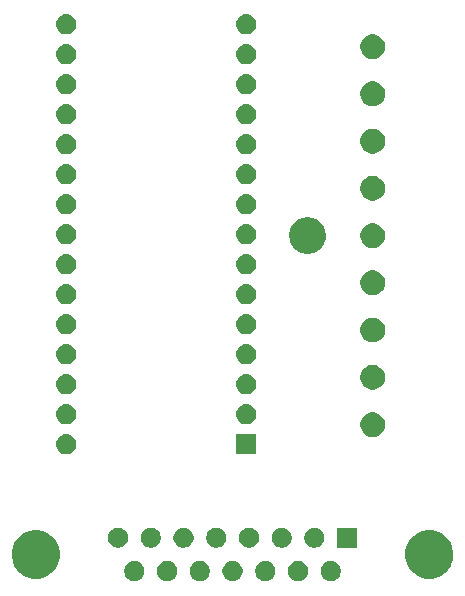
<source format=gbr>
G04 #@! TF.GenerationSoftware,KiCad,Pcbnew,(5.0.1-3-g963ef8bb5)*
G04 #@! TF.CreationDate,2019-12-09T16:28:53+01:00*
G04 #@! TF.ProjectId,Ps1 to Neogeo Adpator,50733120746F204E656F67656F204164,rev?*
G04 #@! TF.SameCoordinates,Original*
G04 #@! TF.FileFunction,Soldermask,Top*
G04 #@! TF.FilePolarity,Negative*
%FSLAX46Y46*%
G04 Gerber Fmt 4.6, Leading zero omitted, Abs format (unit mm)*
G04 Created by KiCad (PCBNEW (5.0.1-3-g963ef8bb5)) date Lundi 09 décembre 2019 à 16:28:53*
%MOMM*%
%LPD*%
G01*
G04 APERTURE LIST*
%ADD10C,0.100000*%
G04 APERTURE END LIST*
D10*
G36*
X138963228Y-117531703D02*
X139118100Y-117595853D01*
X139257481Y-117688985D01*
X139376015Y-117807519D01*
X139469147Y-117946900D01*
X139533297Y-118101772D01*
X139566000Y-118266184D01*
X139566000Y-118433816D01*
X139533297Y-118598228D01*
X139469147Y-118753100D01*
X139376015Y-118892481D01*
X139257481Y-119011015D01*
X139118100Y-119104147D01*
X138963228Y-119168297D01*
X138798816Y-119201000D01*
X138631184Y-119201000D01*
X138466772Y-119168297D01*
X138311900Y-119104147D01*
X138172519Y-119011015D01*
X138053985Y-118892481D01*
X137960853Y-118753100D01*
X137896703Y-118598228D01*
X137864000Y-118433816D01*
X137864000Y-118266184D01*
X137896703Y-118101772D01*
X137960853Y-117946900D01*
X138053985Y-117807519D01*
X138172519Y-117688985D01*
X138311900Y-117595853D01*
X138466772Y-117531703D01*
X138631184Y-117499000D01*
X138798816Y-117499000D01*
X138963228Y-117531703D01*
X138963228Y-117531703D01*
G37*
G36*
X136193228Y-117531703D02*
X136348100Y-117595853D01*
X136487481Y-117688985D01*
X136606015Y-117807519D01*
X136699147Y-117946900D01*
X136763297Y-118101772D01*
X136796000Y-118266184D01*
X136796000Y-118433816D01*
X136763297Y-118598228D01*
X136699147Y-118753100D01*
X136606015Y-118892481D01*
X136487481Y-119011015D01*
X136348100Y-119104147D01*
X136193228Y-119168297D01*
X136028816Y-119201000D01*
X135861184Y-119201000D01*
X135696772Y-119168297D01*
X135541900Y-119104147D01*
X135402519Y-119011015D01*
X135283985Y-118892481D01*
X135190853Y-118753100D01*
X135126703Y-118598228D01*
X135094000Y-118433816D01*
X135094000Y-118266184D01*
X135126703Y-118101772D01*
X135190853Y-117946900D01*
X135283985Y-117807519D01*
X135402519Y-117688985D01*
X135541900Y-117595853D01*
X135696772Y-117531703D01*
X135861184Y-117499000D01*
X136028816Y-117499000D01*
X136193228Y-117531703D01*
X136193228Y-117531703D01*
G37*
G36*
X133423228Y-117531703D02*
X133578100Y-117595853D01*
X133717481Y-117688985D01*
X133836015Y-117807519D01*
X133929147Y-117946900D01*
X133993297Y-118101772D01*
X134026000Y-118266184D01*
X134026000Y-118433816D01*
X133993297Y-118598228D01*
X133929147Y-118753100D01*
X133836015Y-118892481D01*
X133717481Y-119011015D01*
X133578100Y-119104147D01*
X133423228Y-119168297D01*
X133258816Y-119201000D01*
X133091184Y-119201000D01*
X132926772Y-119168297D01*
X132771900Y-119104147D01*
X132632519Y-119011015D01*
X132513985Y-118892481D01*
X132420853Y-118753100D01*
X132356703Y-118598228D01*
X132324000Y-118433816D01*
X132324000Y-118266184D01*
X132356703Y-118101772D01*
X132420853Y-117946900D01*
X132513985Y-117807519D01*
X132632519Y-117688985D01*
X132771900Y-117595853D01*
X132926772Y-117531703D01*
X133091184Y-117499000D01*
X133258816Y-117499000D01*
X133423228Y-117531703D01*
X133423228Y-117531703D01*
G37*
G36*
X130653228Y-117531703D02*
X130808100Y-117595853D01*
X130947481Y-117688985D01*
X131066015Y-117807519D01*
X131159147Y-117946900D01*
X131223297Y-118101772D01*
X131256000Y-118266184D01*
X131256000Y-118433816D01*
X131223297Y-118598228D01*
X131159147Y-118753100D01*
X131066015Y-118892481D01*
X130947481Y-119011015D01*
X130808100Y-119104147D01*
X130653228Y-119168297D01*
X130488816Y-119201000D01*
X130321184Y-119201000D01*
X130156772Y-119168297D01*
X130001900Y-119104147D01*
X129862519Y-119011015D01*
X129743985Y-118892481D01*
X129650853Y-118753100D01*
X129586703Y-118598228D01*
X129554000Y-118433816D01*
X129554000Y-118266184D01*
X129586703Y-118101772D01*
X129650853Y-117946900D01*
X129743985Y-117807519D01*
X129862519Y-117688985D01*
X130001900Y-117595853D01*
X130156772Y-117531703D01*
X130321184Y-117499000D01*
X130488816Y-117499000D01*
X130653228Y-117531703D01*
X130653228Y-117531703D01*
G37*
G36*
X127883228Y-117531703D02*
X128038100Y-117595853D01*
X128177481Y-117688985D01*
X128296015Y-117807519D01*
X128389147Y-117946900D01*
X128453297Y-118101772D01*
X128486000Y-118266184D01*
X128486000Y-118433816D01*
X128453297Y-118598228D01*
X128389147Y-118753100D01*
X128296015Y-118892481D01*
X128177481Y-119011015D01*
X128038100Y-119104147D01*
X127883228Y-119168297D01*
X127718816Y-119201000D01*
X127551184Y-119201000D01*
X127386772Y-119168297D01*
X127231900Y-119104147D01*
X127092519Y-119011015D01*
X126973985Y-118892481D01*
X126880853Y-118753100D01*
X126816703Y-118598228D01*
X126784000Y-118433816D01*
X126784000Y-118266184D01*
X126816703Y-118101772D01*
X126880853Y-117946900D01*
X126973985Y-117807519D01*
X127092519Y-117688985D01*
X127231900Y-117595853D01*
X127386772Y-117531703D01*
X127551184Y-117499000D01*
X127718816Y-117499000D01*
X127883228Y-117531703D01*
X127883228Y-117531703D01*
G37*
G36*
X125113228Y-117531703D02*
X125268100Y-117595853D01*
X125407481Y-117688985D01*
X125526015Y-117807519D01*
X125619147Y-117946900D01*
X125683297Y-118101772D01*
X125716000Y-118266184D01*
X125716000Y-118433816D01*
X125683297Y-118598228D01*
X125619147Y-118753100D01*
X125526015Y-118892481D01*
X125407481Y-119011015D01*
X125268100Y-119104147D01*
X125113228Y-119168297D01*
X124948816Y-119201000D01*
X124781184Y-119201000D01*
X124616772Y-119168297D01*
X124461900Y-119104147D01*
X124322519Y-119011015D01*
X124203985Y-118892481D01*
X124110853Y-118753100D01*
X124046703Y-118598228D01*
X124014000Y-118433816D01*
X124014000Y-118266184D01*
X124046703Y-118101772D01*
X124110853Y-117946900D01*
X124203985Y-117807519D01*
X124322519Y-117688985D01*
X124461900Y-117595853D01*
X124616772Y-117531703D01*
X124781184Y-117499000D01*
X124948816Y-117499000D01*
X125113228Y-117531703D01*
X125113228Y-117531703D01*
G37*
G36*
X122343228Y-117531703D02*
X122498100Y-117595853D01*
X122637481Y-117688985D01*
X122756015Y-117807519D01*
X122849147Y-117946900D01*
X122913297Y-118101772D01*
X122946000Y-118266184D01*
X122946000Y-118433816D01*
X122913297Y-118598228D01*
X122849147Y-118753100D01*
X122756015Y-118892481D01*
X122637481Y-119011015D01*
X122498100Y-119104147D01*
X122343228Y-119168297D01*
X122178816Y-119201000D01*
X122011184Y-119201000D01*
X121846772Y-119168297D01*
X121691900Y-119104147D01*
X121552519Y-119011015D01*
X121433985Y-118892481D01*
X121340853Y-118753100D01*
X121276703Y-118598228D01*
X121244000Y-118433816D01*
X121244000Y-118266184D01*
X121276703Y-118101772D01*
X121340853Y-117946900D01*
X121433985Y-117807519D01*
X121552519Y-117688985D01*
X121691900Y-117595853D01*
X121846772Y-117531703D01*
X122011184Y-117499000D01*
X122178816Y-117499000D01*
X122343228Y-117531703D01*
X122343228Y-117531703D01*
G37*
G36*
X147653252Y-114957818D02*
X147653254Y-114957819D01*
X147653255Y-114957819D01*
X148026513Y-115112427D01*
X148026514Y-115112428D01*
X148362439Y-115336886D01*
X148648114Y-115622561D01*
X148648116Y-115622564D01*
X148872573Y-115958487D01*
X148999181Y-116264147D01*
X149027182Y-116331748D01*
X149106000Y-116727993D01*
X149106000Y-117132007D01*
X149033001Y-117499000D01*
X149027181Y-117528255D01*
X148872573Y-117901513D01*
X148872572Y-117901514D01*
X148648114Y-118237439D01*
X148362439Y-118523114D01*
X148362436Y-118523116D01*
X148026513Y-118747573D01*
X147653255Y-118902181D01*
X147653254Y-118902181D01*
X147653252Y-118902182D01*
X147257007Y-118981000D01*
X146852993Y-118981000D01*
X146456748Y-118902182D01*
X146456746Y-118902181D01*
X146456745Y-118902181D01*
X146083487Y-118747573D01*
X145747564Y-118523116D01*
X145747561Y-118523114D01*
X145461886Y-118237439D01*
X145237428Y-117901514D01*
X145237427Y-117901513D01*
X145082819Y-117528255D01*
X145077000Y-117499000D01*
X145004000Y-117132007D01*
X145004000Y-116727993D01*
X145082818Y-116331748D01*
X145110819Y-116264147D01*
X145237427Y-115958487D01*
X145461884Y-115622564D01*
X145461886Y-115622561D01*
X145747561Y-115336886D01*
X146083486Y-115112428D01*
X146083487Y-115112427D01*
X146456745Y-114957819D01*
X146456746Y-114957819D01*
X146456748Y-114957818D01*
X146852993Y-114879000D01*
X147257007Y-114879000D01*
X147653252Y-114957818D01*
X147653252Y-114957818D01*
G37*
G36*
X114353252Y-114957818D02*
X114353254Y-114957819D01*
X114353255Y-114957819D01*
X114726513Y-115112427D01*
X114726514Y-115112428D01*
X115062439Y-115336886D01*
X115348114Y-115622561D01*
X115348116Y-115622564D01*
X115572573Y-115958487D01*
X115699181Y-116264147D01*
X115727182Y-116331748D01*
X115806000Y-116727993D01*
X115806000Y-117132007D01*
X115733001Y-117499000D01*
X115727181Y-117528255D01*
X115572573Y-117901513D01*
X115572572Y-117901514D01*
X115348114Y-118237439D01*
X115062439Y-118523114D01*
X115062436Y-118523116D01*
X114726513Y-118747573D01*
X114353255Y-118902181D01*
X114353254Y-118902181D01*
X114353252Y-118902182D01*
X113957007Y-118981000D01*
X113552993Y-118981000D01*
X113156748Y-118902182D01*
X113156746Y-118902181D01*
X113156745Y-118902181D01*
X112783487Y-118747573D01*
X112447564Y-118523116D01*
X112447561Y-118523114D01*
X112161886Y-118237439D01*
X111937428Y-117901514D01*
X111937427Y-117901513D01*
X111782819Y-117528255D01*
X111777000Y-117499000D01*
X111704000Y-117132007D01*
X111704000Y-116727993D01*
X111782818Y-116331748D01*
X111810819Y-116264147D01*
X111937427Y-115958487D01*
X112161884Y-115622564D01*
X112161886Y-115622561D01*
X112447561Y-115336886D01*
X112783486Y-115112428D01*
X112783487Y-115112427D01*
X113156745Y-114957819D01*
X113156746Y-114957819D01*
X113156748Y-114957818D01*
X113552993Y-114879000D01*
X113957007Y-114879000D01*
X114353252Y-114957818D01*
X114353252Y-114957818D01*
G37*
G36*
X123728228Y-114691703D02*
X123883100Y-114755853D01*
X124022481Y-114848985D01*
X124141015Y-114967519D01*
X124234147Y-115106900D01*
X124298297Y-115261772D01*
X124331000Y-115426184D01*
X124331000Y-115593816D01*
X124298297Y-115758228D01*
X124234147Y-115913100D01*
X124141015Y-116052481D01*
X124022481Y-116171015D01*
X123883100Y-116264147D01*
X123728228Y-116328297D01*
X123563816Y-116361000D01*
X123396184Y-116361000D01*
X123231772Y-116328297D01*
X123076900Y-116264147D01*
X122937519Y-116171015D01*
X122818985Y-116052481D01*
X122725853Y-115913100D01*
X122661703Y-115758228D01*
X122629000Y-115593816D01*
X122629000Y-115426184D01*
X122661703Y-115261772D01*
X122725853Y-115106900D01*
X122818985Y-114967519D01*
X122937519Y-114848985D01*
X123076900Y-114755853D01*
X123231772Y-114691703D01*
X123396184Y-114659000D01*
X123563816Y-114659000D01*
X123728228Y-114691703D01*
X123728228Y-114691703D01*
G37*
G36*
X120958228Y-114691703D02*
X121113100Y-114755853D01*
X121252481Y-114848985D01*
X121371015Y-114967519D01*
X121464147Y-115106900D01*
X121528297Y-115261772D01*
X121561000Y-115426184D01*
X121561000Y-115593816D01*
X121528297Y-115758228D01*
X121464147Y-115913100D01*
X121371015Y-116052481D01*
X121252481Y-116171015D01*
X121113100Y-116264147D01*
X120958228Y-116328297D01*
X120793816Y-116361000D01*
X120626184Y-116361000D01*
X120461772Y-116328297D01*
X120306900Y-116264147D01*
X120167519Y-116171015D01*
X120048985Y-116052481D01*
X119955853Y-115913100D01*
X119891703Y-115758228D01*
X119859000Y-115593816D01*
X119859000Y-115426184D01*
X119891703Y-115261772D01*
X119955853Y-115106900D01*
X120048985Y-114967519D01*
X120167519Y-114848985D01*
X120306900Y-114755853D01*
X120461772Y-114691703D01*
X120626184Y-114659000D01*
X120793816Y-114659000D01*
X120958228Y-114691703D01*
X120958228Y-114691703D01*
G37*
G36*
X126498228Y-114691703D02*
X126653100Y-114755853D01*
X126792481Y-114848985D01*
X126911015Y-114967519D01*
X127004147Y-115106900D01*
X127068297Y-115261772D01*
X127101000Y-115426184D01*
X127101000Y-115593816D01*
X127068297Y-115758228D01*
X127004147Y-115913100D01*
X126911015Y-116052481D01*
X126792481Y-116171015D01*
X126653100Y-116264147D01*
X126498228Y-116328297D01*
X126333816Y-116361000D01*
X126166184Y-116361000D01*
X126001772Y-116328297D01*
X125846900Y-116264147D01*
X125707519Y-116171015D01*
X125588985Y-116052481D01*
X125495853Y-115913100D01*
X125431703Y-115758228D01*
X125399000Y-115593816D01*
X125399000Y-115426184D01*
X125431703Y-115261772D01*
X125495853Y-115106900D01*
X125588985Y-114967519D01*
X125707519Y-114848985D01*
X125846900Y-114755853D01*
X126001772Y-114691703D01*
X126166184Y-114659000D01*
X126333816Y-114659000D01*
X126498228Y-114691703D01*
X126498228Y-114691703D01*
G37*
G36*
X129268228Y-114691703D02*
X129423100Y-114755853D01*
X129562481Y-114848985D01*
X129681015Y-114967519D01*
X129774147Y-115106900D01*
X129838297Y-115261772D01*
X129871000Y-115426184D01*
X129871000Y-115593816D01*
X129838297Y-115758228D01*
X129774147Y-115913100D01*
X129681015Y-116052481D01*
X129562481Y-116171015D01*
X129423100Y-116264147D01*
X129268228Y-116328297D01*
X129103816Y-116361000D01*
X128936184Y-116361000D01*
X128771772Y-116328297D01*
X128616900Y-116264147D01*
X128477519Y-116171015D01*
X128358985Y-116052481D01*
X128265853Y-115913100D01*
X128201703Y-115758228D01*
X128169000Y-115593816D01*
X128169000Y-115426184D01*
X128201703Y-115261772D01*
X128265853Y-115106900D01*
X128358985Y-114967519D01*
X128477519Y-114848985D01*
X128616900Y-114755853D01*
X128771772Y-114691703D01*
X128936184Y-114659000D01*
X129103816Y-114659000D01*
X129268228Y-114691703D01*
X129268228Y-114691703D01*
G37*
G36*
X132038228Y-114691703D02*
X132193100Y-114755853D01*
X132332481Y-114848985D01*
X132451015Y-114967519D01*
X132544147Y-115106900D01*
X132608297Y-115261772D01*
X132641000Y-115426184D01*
X132641000Y-115593816D01*
X132608297Y-115758228D01*
X132544147Y-115913100D01*
X132451015Y-116052481D01*
X132332481Y-116171015D01*
X132193100Y-116264147D01*
X132038228Y-116328297D01*
X131873816Y-116361000D01*
X131706184Y-116361000D01*
X131541772Y-116328297D01*
X131386900Y-116264147D01*
X131247519Y-116171015D01*
X131128985Y-116052481D01*
X131035853Y-115913100D01*
X130971703Y-115758228D01*
X130939000Y-115593816D01*
X130939000Y-115426184D01*
X130971703Y-115261772D01*
X131035853Y-115106900D01*
X131128985Y-114967519D01*
X131247519Y-114848985D01*
X131386900Y-114755853D01*
X131541772Y-114691703D01*
X131706184Y-114659000D01*
X131873816Y-114659000D01*
X132038228Y-114691703D01*
X132038228Y-114691703D01*
G37*
G36*
X134808228Y-114691703D02*
X134963100Y-114755853D01*
X135102481Y-114848985D01*
X135221015Y-114967519D01*
X135314147Y-115106900D01*
X135378297Y-115261772D01*
X135411000Y-115426184D01*
X135411000Y-115593816D01*
X135378297Y-115758228D01*
X135314147Y-115913100D01*
X135221015Y-116052481D01*
X135102481Y-116171015D01*
X134963100Y-116264147D01*
X134808228Y-116328297D01*
X134643816Y-116361000D01*
X134476184Y-116361000D01*
X134311772Y-116328297D01*
X134156900Y-116264147D01*
X134017519Y-116171015D01*
X133898985Y-116052481D01*
X133805853Y-115913100D01*
X133741703Y-115758228D01*
X133709000Y-115593816D01*
X133709000Y-115426184D01*
X133741703Y-115261772D01*
X133805853Y-115106900D01*
X133898985Y-114967519D01*
X134017519Y-114848985D01*
X134156900Y-114755853D01*
X134311772Y-114691703D01*
X134476184Y-114659000D01*
X134643816Y-114659000D01*
X134808228Y-114691703D01*
X134808228Y-114691703D01*
G37*
G36*
X137578228Y-114691703D02*
X137733100Y-114755853D01*
X137872481Y-114848985D01*
X137991015Y-114967519D01*
X138084147Y-115106900D01*
X138148297Y-115261772D01*
X138181000Y-115426184D01*
X138181000Y-115593816D01*
X138148297Y-115758228D01*
X138084147Y-115913100D01*
X137991015Y-116052481D01*
X137872481Y-116171015D01*
X137733100Y-116264147D01*
X137578228Y-116328297D01*
X137413816Y-116361000D01*
X137246184Y-116361000D01*
X137081772Y-116328297D01*
X136926900Y-116264147D01*
X136787519Y-116171015D01*
X136668985Y-116052481D01*
X136575853Y-115913100D01*
X136511703Y-115758228D01*
X136479000Y-115593816D01*
X136479000Y-115426184D01*
X136511703Y-115261772D01*
X136575853Y-115106900D01*
X136668985Y-114967519D01*
X136787519Y-114848985D01*
X136926900Y-114755853D01*
X137081772Y-114691703D01*
X137246184Y-114659000D01*
X137413816Y-114659000D01*
X137578228Y-114691703D01*
X137578228Y-114691703D01*
G37*
G36*
X140951000Y-116361000D02*
X139249000Y-116361000D01*
X139249000Y-114659000D01*
X140951000Y-114659000D01*
X140951000Y-116361000D01*
X140951000Y-116361000D01*
G37*
G36*
X132421000Y-108451000D02*
X130719000Y-108451000D01*
X130719000Y-106749000D01*
X132421000Y-106749000D01*
X132421000Y-108451000D01*
X132421000Y-108451000D01*
G37*
G36*
X116496821Y-106761313D02*
X116496824Y-106761314D01*
X116496825Y-106761314D01*
X116657239Y-106809975D01*
X116657241Y-106809976D01*
X116657244Y-106809977D01*
X116805078Y-106888995D01*
X116934659Y-106995341D01*
X117041005Y-107124922D01*
X117120023Y-107272756D01*
X117168687Y-107433179D01*
X117185117Y-107600000D01*
X117168687Y-107766821D01*
X117120023Y-107927244D01*
X117041005Y-108075078D01*
X116934659Y-108204659D01*
X116805078Y-108311005D01*
X116657244Y-108390023D01*
X116657241Y-108390024D01*
X116657239Y-108390025D01*
X116496825Y-108438686D01*
X116496824Y-108438686D01*
X116496821Y-108438687D01*
X116371804Y-108451000D01*
X116288196Y-108451000D01*
X116163179Y-108438687D01*
X116163176Y-108438686D01*
X116163175Y-108438686D01*
X116002761Y-108390025D01*
X116002759Y-108390024D01*
X116002756Y-108390023D01*
X115854922Y-108311005D01*
X115725341Y-108204659D01*
X115618995Y-108075078D01*
X115539977Y-107927244D01*
X115491313Y-107766821D01*
X115474883Y-107600000D01*
X115491313Y-107433179D01*
X115539977Y-107272756D01*
X115618995Y-107124922D01*
X115725341Y-106995341D01*
X115854922Y-106888995D01*
X116002756Y-106809977D01*
X116002759Y-106809976D01*
X116002761Y-106809975D01*
X116163175Y-106761314D01*
X116163176Y-106761314D01*
X116163179Y-106761313D01*
X116288196Y-106749000D01*
X116371804Y-106749000D01*
X116496821Y-106761313D01*
X116496821Y-106761313D01*
G37*
G36*
X142566565Y-104929389D02*
X142757834Y-105008615D01*
X142929976Y-105123637D01*
X143076363Y-105270024D01*
X143191385Y-105442166D01*
X143270611Y-105633435D01*
X143311000Y-105836484D01*
X143311000Y-106043516D01*
X143270611Y-106246565D01*
X143191385Y-106437834D01*
X143076363Y-106609976D01*
X142929976Y-106756363D01*
X142757834Y-106871385D01*
X142566565Y-106950611D01*
X142363516Y-106991000D01*
X142156484Y-106991000D01*
X141953435Y-106950611D01*
X141762166Y-106871385D01*
X141590024Y-106756363D01*
X141443637Y-106609976D01*
X141328615Y-106437834D01*
X141249389Y-106246565D01*
X141209000Y-106043516D01*
X141209000Y-105836484D01*
X141249389Y-105633435D01*
X141328615Y-105442166D01*
X141443637Y-105270024D01*
X141590024Y-105123637D01*
X141762166Y-105008615D01*
X141953435Y-104929389D01*
X142156484Y-104889000D01*
X142363516Y-104889000D01*
X142566565Y-104929389D01*
X142566565Y-104929389D01*
G37*
G36*
X131736821Y-104221313D02*
X131736824Y-104221314D01*
X131736825Y-104221314D01*
X131897239Y-104269975D01*
X131897241Y-104269976D01*
X131897244Y-104269977D01*
X132045078Y-104348995D01*
X132174659Y-104455341D01*
X132281005Y-104584922D01*
X132360023Y-104732756D01*
X132360024Y-104732759D01*
X132360025Y-104732761D01*
X132408686Y-104893175D01*
X132408687Y-104893179D01*
X132425117Y-105060000D01*
X132408687Y-105226821D01*
X132408686Y-105226824D01*
X132408686Y-105226825D01*
X132395582Y-105270024D01*
X132360023Y-105387244D01*
X132281005Y-105535078D01*
X132174659Y-105664659D01*
X132045078Y-105771005D01*
X131897244Y-105850023D01*
X131897241Y-105850024D01*
X131897239Y-105850025D01*
X131736825Y-105898686D01*
X131736824Y-105898686D01*
X131736821Y-105898687D01*
X131611804Y-105911000D01*
X131528196Y-105911000D01*
X131403179Y-105898687D01*
X131403176Y-105898686D01*
X131403175Y-105898686D01*
X131242761Y-105850025D01*
X131242759Y-105850024D01*
X131242756Y-105850023D01*
X131094922Y-105771005D01*
X130965341Y-105664659D01*
X130858995Y-105535078D01*
X130779977Y-105387244D01*
X130744419Y-105270024D01*
X130731314Y-105226825D01*
X130731314Y-105226824D01*
X130731313Y-105226821D01*
X130714883Y-105060000D01*
X130731313Y-104893179D01*
X130731314Y-104893175D01*
X130779975Y-104732761D01*
X130779976Y-104732759D01*
X130779977Y-104732756D01*
X130858995Y-104584922D01*
X130965341Y-104455341D01*
X131094922Y-104348995D01*
X131242756Y-104269977D01*
X131242759Y-104269976D01*
X131242761Y-104269975D01*
X131403175Y-104221314D01*
X131403176Y-104221314D01*
X131403179Y-104221313D01*
X131528196Y-104209000D01*
X131611804Y-104209000D01*
X131736821Y-104221313D01*
X131736821Y-104221313D01*
G37*
G36*
X116496821Y-104221313D02*
X116496824Y-104221314D01*
X116496825Y-104221314D01*
X116657239Y-104269975D01*
X116657241Y-104269976D01*
X116657244Y-104269977D01*
X116805078Y-104348995D01*
X116934659Y-104455341D01*
X117041005Y-104584922D01*
X117120023Y-104732756D01*
X117120024Y-104732759D01*
X117120025Y-104732761D01*
X117168686Y-104893175D01*
X117168687Y-104893179D01*
X117185117Y-105060000D01*
X117168687Y-105226821D01*
X117168686Y-105226824D01*
X117168686Y-105226825D01*
X117155582Y-105270024D01*
X117120023Y-105387244D01*
X117041005Y-105535078D01*
X116934659Y-105664659D01*
X116805078Y-105771005D01*
X116657244Y-105850023D01*
X116657241Y-105850024D01*
X116657239Y-105850025D01*
X116496825Y-105898686D01*
X116496824Y-105898686D01*
X116496821Y-105898687D01*
X116371804Y-105911000D01*
X116288196Y-105911000D01*
X116163179Y-105898687D01*
X116163176Y-105898686D01*
X116163175Y-105898686D01*
X116002761Y-105850025D01*
X116002759Y-105850024D01*
X116002756Y-105850023D01*
X115854922Y-105771005D01*
X115725341Y-105664659D01*
X115618995Y-105535078D01*
X115539977Y-105387244D01*
X115504419Y-105270024D01*
X115491314Y-105226825D01*
X115491314Y-105226824D01*
X115491313Y-105226821D01*
X115474883Y-105060000D01*
X115491313Y-104893179D01*
X115491314Y-104893175D01*
X115539975Y-104732761D01*
X115539976Y-104732759D01*
X115539977Y-104732756D01*
X115618995Y-104584922D01*
X115725341Y-104455341D01*
X115854922Y-104348995D01*
X116002756Y-104269977D01*
X116002759Y-104269976D01*
X116002761Y-104269975D01*
X116163175Y-104221314D01*
X116163176Y-104221314D01*
X116163179Y-104221313D01*
X116288196Y-104209000D01*
X116371804Y-104209000D01*
X116496821Y-104221313D01*
X116496821Y-104221313D01*
G37*
G36*
X131736821Y-101681313D02*
X131736824Y-101681314D01*
X131736825Y-101681314D01*
X131897239Y-101729975D01*
X131897241Y-101729976D01*
X131897244Y-101729977D01*
X132045078Y-101808995D01*
X132174659Y-101915341D01*
X132281005Y-102044922D01*
X132360023Y-102192756D01*
X132408687Y-102353179D01*
X132425117Y-102520000D01*
X132408687Y-102686821D01*
X132360023Y-102847244D01*
X132281005Y-102995078D01*
X132174659Y-103124659D01*
X132045078Y-103231005D01*
X131897244Y-103310023D01*
X131897241Y-103310024D01*
X131897239Y-103310025D01*
X131736825Y-103358686D01*
X131736824Y-103358686D01*
X131736821Y-103358687D01*
X131611804Y-103371000D01*
X131528196Y-103371000D01*
X131403179Y-103358687D01*
X131403176Y-103358686D01*
X131403175Y-103358686D01*
X131242761Y-103310025D01*
X131242759Y-103310024D01*
X131242756Y-103310023D01*
X131094922Y-103231005D01*
X130965341Y-103124659D01*
X130858995Y-102995078D01*
X130779977Y-102847244D01*
X130731313Y-102686821D01*
X130714883Y-102520000D01*
X130731313Y-102353179D01*
X130779977Y-102192756D01*
X130858995Y-102044922D01*
X130965341Y-101915341D01*
X131094922Y-101808995D01*
X131242756Y-101729977D01*
X131242759Y-101729976D01*
X131242761Y-101729975D01*
X131403175Y-101681314D01*
X131403176Y-101681314D01*
X131403179Y-101681313D01*
X131528196Y-101669000D01*
X131611804Y-101669000D01*
X131736821Y-101681313D01*
X131736821Y-101681313D01*
G37*
G36*
X116496821Y-101681313D02*
X116496824Y-101681314D01*
X116496825Y-101681314D01*
X116657239Y-101729975D01*
X116657241Y-101729976D01*
X116657244Y-101729977D01*
X116805078Y-101808995D01*
X116934659Y-101915341D01*
X117041005Y-102044922D01*
X117120023Y-102192756D01*
X117168687Y-102353179D01*
X117185117Y-102520000D01*
X117168687Y-102686821D01*
X117120023Y-102847244D01*
X117041005Y-102995078D01*
X116934659Y-103124659D01*
X116805078Y-103231005D01*
X116657244Y-103310023D01*
X116657241Y-103310024D01*
X116657239Y-103310025D01*
X116496825Y-103358686D01*
X116496824Y-103358686D01*
X116496821Y-103358687D01*
X116371804Y-103371000D01*
X116288196Y-103371000D01*
X116163179Y-103358687D01*
X116163176Y-103358686D01*
X116163175Y-103358686D01*
X116002761Y-103310025D01*
X116002759Y-103310024D01*
X116002756Y-103310023D01*
X115854922Y-103231005D01*
X115725341Y-103124659D01*
X115618995Y-102995078D01*
X115539977Y-102847244D01*
X115491313Y-102686821D01*
X115474883Y-102520000D01*
X115491313Y-102353179D01*
X115539977Y-102192756D01*
X115618995Y-102044922D01*
X115725341Y-101915341D01*
X115854922Y-101808995D01*
X116002756Y-101729977D01*
X116002759Y-101729976D01*
X116002761Y-101729975D01*
X116163175Y-101681314D01*
X116163176Y-101681314D01*
X116163179Y-101681313D01*
X116288196Y-101669000D01*
X116371804Y-101669000D01*
X116496821Y-101681313D01*
X116496821Y-101681313D01*
G37*
G36*
X142566565Y-100929389D02*
X142757834Y-101008615D01*
X142929976Y-101123637D01*
X143076363Y-101270024D01*
X143191385Y-101442166D01*
X143270611Y-101633435D01*
X143311000Y-101836484D01*
X143311000Y-102043516D01*
X143270611Y-102246565D01*
X143191385Y-102437834D01*
X143076363Y-102609976D01*
X142929976Y-102756363D01*
X142757834Y-102871385D01*
X142566565Y-102950611D01*
X142363516Y-102991000D01*
X142156484Y-102991000D01*
X141953435Y-102950611D01*
X141762166Y-102871385D01*
X141590024Y-102756363D01*
X141443637Y-102609976D01*
X141328615Y-102437834D01*
X141249389Y-102246565D01*
X141209000Y-102043516D01*
X141209000Y-101836484D01*
X141249389Y-101633435D01*
X141328615Y-101442166D01*
X141443637Y-101270024D01*
X141590024Y-101123637D01*
X141762166Y-101008615D01*
X141953435Y-100929389D01*
X142156484Y-100889000D01*
X142363516Y-100889000D01*
X142566565Y-100929389D01*
X142566565Y-100929389D01*
G37*
G36*
X131736821Y-99141313D02*
X131736824Y-99141314D01*
X131736825Y-99141314D01*
X131897239Y-99189975D01*
X131897241Y-99189976D01*
X131897244Y-99189977D01*
X132045078Y-99268995D01*
X132174659Y-99375341D01*
X132281005Y-99504922D01*
X132360023Y-99652756D01*
X132408687Y-99813179D01*
X132425117Y-99980000D01*
X132408687Y-100146821D01*
X132360023Y-100307244D01*
X132281005Y-100455078D01*
X132174659Y-100584659D01*
X132045078Y-100691005D01*
X131897244Y-100770023D01*
X131897241Y-100770024D01*
X131897239Y-100770025D01*
X131736825Y-100818686D01*
X131736824Y-100818686D01*
X131736821Y-100818687D01*
X131611804Y-100831000D01*
X131528196Y-100831000D01*
X131403179Y-100818687D01*
X131403176Y-100818686D01*
X131403175Y-100818686D01*
X131242761Y-100770025D01*
X131242759Y-100770024D01*
X131242756Y-100770023D01*
X131094922Y-100691005D01*
X130965341Y-100584659D01*
X130858995Y-100455078D01*
X130779977Y-100307244D01*
X130731313Y-100146821D01*
X130714883Y-99980000D01*
X130731313Y-99813179D01*
X130779977Y-99652756D01*
X130858995Y-99504922D01*
X130965341Y-99375341D01*
X131094922Y-99268995D01*
X131242756Y-99189977D01*
X131242759Y-99189976D01*
X131242761Y-99189975D01*
X131403175Y-99141314D01*
X131403176Y-99141314D01*
X131403179Y-99141313D01*
X131528196Y-99129000D01*
X131611804Y-99129000D01*
X131736821Y-99141313D01*
X131736821Y-99141313D01*
G37*
G36*
X116496821Y-99141313D02*
X116496824Y-99141314D01*
X116496825Y-99141314D01*
X116657239Y-99189975D01*
X116657241Y-99189976D01*
X116657244Y-99189977D01*
X116805078Y-99268995D01*
X116934659Y-99375341D01*
X117041005Y-99504922D01*
X117120023Y-99652756D01*
X117168687Y-99813179D01*
X117185117Y-99980000D01*
X117168687Y-100146821D01*
X117120023Y-100307244D01*
X117041005Y-100455078D01*
X116934659Y-100584659D01*
X116805078Y-100691005D01*
X116657244Y-100770023D01*
X116657241Y-100770024D01*
X116657239Y-100770025D01*
X116496825Y-100818686D01*
X116496824Y-100818686D01*
X116496821Y-100818687D01*
X116371804Y-100831000D01*
X116288196Y-100831000D01*
X116163179Y-100818687D01*
X116163176Y-100818686D01*
X116163175Y-100818686D01*
X116002761Y-100770025D01*
X116002759Y-100770024D01*
X116002756Y-100770023D01*
X115854922Y-100691005D01*
X115725341Y-100584659D01*
X115618995Y-100455078D01*
X115539977Y-100307244D01*
X115491313Y-100146821D01*
X115474883Y-99980000D01*
X115491313Y-99813179D01*
X115539977Y-99652756D01*
X115618995Y-99504922D01*
X115725341Y-99375341D01*
X115854922Y-99268995D01*
X116002756Y-99189977D01*
X116002759Y-99189976D01*
X116002761Y-99189975D01*
X116163175Y-99141314D01*
X116163176Y-99141314D01*
X116163179Y-99141313D01*
X116288196Y-99129000D01*
X116371804Y-99129000D01*
X116496821Y-99141313D01*
X116496821Y-99141313D01*
G37*
G36*
X142566565Y-96929389D02*
X142757834Y-97008615D01*
X142929976Y-97123637D01*
X143076363Y-97270024D01*
X143191385Y-97442166D01*
X143270611Y-97633435D01*
X143311000Y-97836484D01*
X143311000Y-98043516D01*
X143270611Y-98246565D01*
X143191385Y-98437834D01*
X143076363Y-98609976D01*
X142929976Y-98756363D01*
X142757834Y-98871385D01*
X142566565Y-98950611D01*
X142363516Y-98991000D01*
X142156484Y-98991000D01*
X141953435Y-98950611D01*
X141762166Y-98871385D01*
X141590024Y-98756363D01*
X141443637Y-98609976D01*
X141328615Y-98437834D01*
X141249389Y-98246565D01*
X141209000Y-98043516D01*
X141209000Y-97836484D01*
X141249389Y-97633435D01*
X141328615Y-97442166D01*
X141443637Y-97270024D01*
X141590024Y-97123637D01*
X141762166Y-97008615D01*
X141953435Y-96929389D01*
X142156484Y-96889000D01*
X142363516Y-96889000D01*
X142566565Y-96929389D01*
X142566565Y-96929389D01*
G37*
G36*
X116496821Y-96601313D02*
X116496824Y-96601314D01*
X116496825Y-96601314D01*
X116657239Y-96649975D01*
X116657241Y-96649976D01*
X116657244Y-96649977D01*
X116805078Y-96728995D01*
X116934659Y-96835341D01*
X117041005Y-96964922D01*
X117120023Y-97112756D01*
X117120024Y-97112759D01*
X117120025Y-97112761D01*
X117123324Y-97123637D01*
X117168687Y-97273179D01*
X117185117Y-97440000D01*
X117168687Y-97606821D01*
X117120023Y-97767244D01*
X117041005Y-97915078D01*
X116934659Y-98044659D01*
X116805078Y-98151005D01*
X116657244Y-98230023D01*
X116657241Y-98230024D01*
X116657239Y-98230025D01*
X116496825Y-98278686D01*
X116496824Y-98278686D01*
X116496821Y-98278687D01*
X116371804Y-98291000D01*
X116288196Y-98291000D01*
X116163179Y-98278687D01*
X116163176Y-98278686D01*
X116163175Y-98278686D01*
X116002761Y-98230025D01*
X116002759Y-98230024D01*
X116002756Y-98230023D01*
X115854922Y-98151005D01*
X115725341Y-98044659D01*
X115618995Y-97915078D01*
X115539977Y-97767244D01*
X115491313Y-97606821D01*
X115474883Y-97440000D01*
X115491313Y-97273179D01*
X115536676Y-97123637D01*
X115539975Y-97112761D01*
X115539976Y-97112759D01*
X115539977Y-97112756D01*
X115618995Y-96964922D01*
X115725341Y-96835341D01*
X115854922Y-96728995D01*
X116002756Y-96649977D01*
X116002759Y-96649976D01*
X116002761Y-96649975D01*
X116163175Y-96601314D01*
X116163176Y-96601314D01*
X116163179Y-96601313D01*
X116288196Y-96589000D01*
X116371804Y-96589000D01*
X116496821Y-96601313D01*
X116496821Y-96601313D01*
G37*
G36*
X131736821Y-96601313D02*
X131736824Y-96601314D01*
X131736825Y-96601314D01*
X131897239Y-96649975D01*
X131897241Y-96649976D01*
X131897244Y-96649977D01*
X132045078Y-96728995D01*
X132174659Y-96835341D01*
X132281005Y-96964922D01*
X132360023Y-97112756D01*
X132360024Y-97112759D01*
X132360025Y-97112761D01*
X132363324Y-97123637D01*
X132408687Y-97273179D01*
X132425117Y-97440000D01*
X132408687Y-97606821D01*
X132360023Y-97767244D01*
X132281005Y-97915078D01*
X132174659Y-98044659D01*
X132045078Y-98151005D01*
X131897244Y-98230023D01*
X131897241Y-98230024D01*
X131897239Y-98230025D01*
X131736825Y-98278686D01*
X131736824Y-98278686D01*
X131736821Y-98278687D01*
X131611804Y-98291000D01*
X131528196Y-98291000D01*
X131403179Y-98278687D01*
X131403176Y-98278686D01*
X131403175Y-98278686D01*
X131242761Y-98230025D01*
X131242759Y-98230024D01*
X131242756Y-98230023D01*
X131094922Y-98151005D01*
X130965341Y-98044659D01*
X130858995Y-97915078D01*
X130779977Y-97767244D01*
X130731313Y-97606821D01*
X130714883Y-97440000D01*
X130731313Y-97273179D01*
X130776676Y-97123637D01*
X130779975Y-97112761D01*
X130779976Y-97112759D01*
X130779977Y-97112756D01*
X130858995Y-96964922D01*
X130965341Y-96835341D01*
X131094922Y-96728995D01*
X131242756Y-96649977D01*
X131242759Y-96649976D01*
X131242761Y-96649975D01*
X131403175Y-96601314D01*
X131403176Y-96601314D01*
X131403179Y-96601313D01*
X131528196Y-96589000D01*
X131611804Y-96589000D01*
X131736821Y-96601313D01*
X131736821Y-96601313D01*
G37*
G36*
X116496821Y-94061313D02*
X116496824Y-94061314D01*
X116496825Y-94061314D01*
X116657239Y-94109975D01*
X116657241Y-94109976D01*
X116657244Y-94109977D01*
X116805078Y-94188995D01*
X116934659Y-94295341D01*
X117041005Y-94424922D01*
X117120023Y-94572756D01*
X117168687Y-94733179D01*
X117185117Y-94900000D01*
X117168687Y-95066821D01*
X117120023Y-95227244D01*
X117041005Y-95375078D01*
X116934659Y-95504659D01*
X116805078Y-95611005D01*
X116657244Y-95690023D01*
X116657241Y-95690024D01*
X116657239Y-95690025D01*
X116496825Y-95738686D01*
X116496824Y-95738686D01*
X116496821Y-95738687D01*
X116371804Y-95751000D01*
X116288196Y-95751000D01*
X116163179Y-95738687D01*
X116163176Y-95738686D01*
X116163175Y-95738686D01*
X116002761Y-95690025D01*
X116002759Y-95690024D01*
X116002756Y-95690023D01*
X115854922Y-95611005D01*
X115725341Y-95504659D01*
X115618995Y-95375078D01*
X115539977Y-95227244D01*
X115491313Y-95066821D01*
X115474883Y-94900000D01*
X115491313Y-94733179D01*
X115539977Y-94572756D01*
X115618995Y-94424922D01*
X115725341Y-94295341D01*
X115854922Y-94188995D01*
X116002756Y-94109977D01*
X116002759Y-94109976D01*
X116002761Y-94109975D01*
X116163175Y-94061314D01*
X116163176Y-94061314D01*
X116163179Y-94061313D01*
X116288196Y-94049000D01*
X116371804Y-94049000D01*
X116496821Y-94061313D01*
X116496821Y-94061313D01*
G37*
G36*
X131736821Y-94061313D02*
X131736824Y-94061314D01*
X131736825Y-94061314D01*
X131897239Y-94109975D01*
X131897241Y-94109976D01*
X131897244Y-94109977D01*
X132045078Y-94188995D01*
X132174659Y-94295341D01*
X132281005Y-94424922D01*
X132360023Y-94572756D01*
X132408687Y-94733179D01*
X132425117Y-94900000D01*
X132408687Y-95066821D01*
X132360023Y-95227244D01*
X132281005Y-95375078D01*
X132174659Y-95504659D01*
X132045078Y-95611005D01*
X131897244Y-95690023D01*
X131897241Y-95690024D01*
X131897239Y-95690025D01*
X131736825Y-95738686D01*
X131736824Y-95738686D01*
X131736821Y-95738687D01*
X131611804Y-95751000D01*
X131528196Y-95751000D01*
X131403179Y-95738687D01*
X131403176Y-95738686D01*
X131403175Y-95738686D01*
X131242761Y-95690025D01*
X131242759Y-95690024D01*
X131242756Y-95690023D01*
X131094922Y-95611005D01*
X130965341Y-95504659D01*
X130858995Y-95375078D01*
X130779977Y-95227244D01*
X130731313Y-95066821D01*
X130714883Y-94900000D01*
X130731313Y-94733179D01*
X130779977Y-94572756D01*
X130858995Y-94424922D01*
X130965341Y-94295341D01*
X131094922Y-94188995D01*
X131242756Y-94109977D01*
X131242759Y-94109976D01*
X131242761Y-94109975D01*
X131403175Y-94061314D01*
X131403176Y-94061314D01*
X131403179Y-94061313D01*
X131528196Y-94049000D01*
X131611804Y-94049000D01*
X131736821Y-94061313D01*
X131736821Y-94061313D01*
G37*
G36*
X142566565Y-92929389D02*
X142757834Y-93008615D01*
X142929976Y-93123637D01*
X143076363Y-93270024D01*
X143191385Y-93442166D01*
X143270611Y-93633435D01*
X143311000Y-93836484D01*
X143311000Y-94043516D01*
X143270611Y-94246565D01*
X143191385Y-94437834D01*
X143076363Y-94609976D01*
X142929976Y-94756363D01*
X142757834Y-94871385D01*
X142566565Y-94950611D01*
X142363516Y-94991000D01*
X142156484Y-94991000D01*
X141953435Y-94950611D01*
X141762166Y-94871385D01*
X141590024Y-94756363D01*
X141443637Y-94609976D01*
X141328615Y-94437834D01*
X141249389Y-94246565D01*
X141209000Y-94043516D01*
X141209000Y-93836484D01*
X141249389Y-93633435D01*
X141328615Y-93442166D01*
X141443637Y-93270024D01*
X141590024Y-93123637D01*
X141762166Y-93008615D01*
X141953435Y-92929389D01*
X142156484Y-92889000D01*
X142363516Y-92889000D01*
X142566565Y-92929389D01*
X142566565Y-92929389D01*
G37*
G36*
X131736821Y-91521313D02*
X131736824Y-91521314D01*
X131736825Y-91521314D01*
X131897239Y-91569975D01*
X131897241Y-91569976D01*
X131897244Y-91569977D01*
X132045078Y-91648995D01*
X132174659Y-91755341D01*
X132281005Y-91884922D01*
X132360023Y-92032756D01*
X132408687Y-92193179D01*
X132425117Y-92360000D01*
X132408687Y-92526821D01*
X132360023Y-92687244D01*
X132281005Y-92835078D01*
X132174659Y-92964659D01*
X132045078Y-93071005D01*
X131897244Y-93150023D01*
X131897241Y-93150024D01*
X131897239Y-93150025D01*
X131736825Y-93198686D01*
X131736824Y-93198686D01*
X131736821Y-93198687D01*
X131611804Y-93211000D01*
X131528196Y-93211000D01*
X131403179Y-93198687D01*
X131403176Y-93198686D01*
X131403175Y-93198686D01*
X131242761Y-93150025D01*
X131242759Y-93150024D01*
X131242756Y-93150023D01*
X131094922Y-93071005D01*
X130965341Y-92964659D01*
X130858995Y-92835078D01*
X130779977Y-92687244D01*
X130731313Y-92526821D01*
X130714883Y-92360000D01*
X130731313Y-92193179D01*
X130779977Y-92032756D01*
X130858995Y-91884922D01*
X130965341Y-91755341D01*
X131094922Y-91648995D01*
X131242756Y-91569977D01*
X131242759Y-91569976D01*
X131242761Y-91569975D01*
X131403175Y-91521314D01*
X131403176Y-91521314D01*
X131403179Y-91521313D01*
X131528196Y-91509000D01*
X131611804Y-91509000D01*
X131736821Y-91521313D01*
X131736821Y-91521313D01*
G37*
G36*
X116496821Y-91521313D02*
X116496824Y-91521314D01*
X116496825Y-91521314D01*
X116657239Y-91569975D01*
X116657241Y-91569976D01*
X116657244Y-91569977D01*
X116805078Y-91648995D01*
X116934659Y-91755341D01*
X117041005Y-91884922D01*
X117120023Y-92032756D01*
X117168687Y-92193179D01*
X117185117Y-92360000D01*
X117168687Y-92526821D01*
X117120023Y-92687244D01*
X117041005Y-92835078D01*
X116934659Y-92964659D01*
X116805078Y-93071005D01*
X116657244Y-93150023D01*
X116657241Y-93150024D01*
X116657239Y-93150025D01*
X116496825Y-93198686D01*
X116496824Y-93198686D01*
X116496821Y-93198687D01*
X116371804Y-93211000D01*
X116288196Y-93211000D01*
X116163179Y-93198687D01*
X116163176Y-93198686D01*
X116163175Y-93198686D01*
X116002761Y-93150025D01*
X116002759Y-93150024D01*
X116002756Y-93150023D01*
X115854922Y-93071005D01*
X115725341Y-92964659D01*
X115618995Y-92835078D01*
X115539977Y-92687244D01*
X115491313Y-92526821D01*
X115474883Y-92360000D01*
X115491313Y-92193179D01*
X115539977Y-92032756D01*
X115618995Y-91884922D01*
X115725341Y-91755341D01*
X115854922Y-91648995D01*
X116002756Y-91569977D01*
X116002759Y-91569976D01*
X116002761Y-91569975D01*
X116163175Y-91521314D01*
X116163176Y-91521314D01*
X116163179Y-91521313D01*
X116288196Y-91509000D01*
X116371804Y-91509000D01*
X116496821Y-91521313D01*
X116496821Y-91521313D01*
G37*
G36*
X137112527Y-88428736D02*
X137212410Y-88448604D01*
X137494674Y-88565521D01*
X137748705Y-88735259D01*
X137964741Y-88951295D01*
X138134479Y-89205326D01*
X138251396Y-89487590D01*
X138271264Y-89587473D01*
X138311000Y-89787238D01*
X138311000Y-90092762D01*
X138280406Y-90246565D01*
X138251396Y-90392410D01*
X138134479Y-90674674D01*
X137964741Y-90928705D01*
X137748705Y-91144741D01*
X137494674Y-91314479D01*
X137212410Y-91431396D01*
X137112527Y-91451264D01*
X136912762Y-91491000D01*
X136607238Y-91491000D01*
X136407473Y-91451264D01*
X136307590Y-91431396D01*
X136025326Y-91314479D01*
X135771295Y-91144741D01*
X135555259Y-90928705D01*
X135385521Y-90674674D01*
X135268604Y-90392410D01*
X135239594Y-90246565D01*
X135209000Y-90092762D01*
X135209000Y-89787238D01*
X135248736Y-89587473D01*
X135268604Y-89487590D01*
X135385521Y-89205326D01*
X135555259Y-88951295D01*
X135771295Y-88735259D01*
X136025326Y-88565521D01*
X136307590Y-88448604D01*
X136407473Y-88428736D01*
X136607238Y-88389000D01*
X136912762Y-88389000D01*
X137112527Y-88428736D01*
X137112527Y-88428736D01*
G37*
G36*
X142566565Y-88929389D02*
X142757834Y-89008615D01*
X142929976Y-89123637D01*
X143076363Y-89270024D01*
X143191385Y-89442166D01*
X143270611Y-89633435D01*
X143311000Y-89836484D01*
X143311000Y-90043516D01*
X143270611Y-90246565D01*
X143191385Y-90437834D01*
X143076363Y-90609976D01*
X142929976Y-90756363D01*
X142757834Y-90871385D01*
X142566565Y-90950611D01*
X142363516Y-90991000D01*
X142156484Y-90991000D01*
X141953435Y-90950611D01*
X141762166Y-90871385D01*
X141590024Y-90756363D01*
X141443637Y-90609976D01*
X141328615Y-90437834D01*
X141249389Y-90246565D01*
X141209000Y-90043516D01*
X141209000Y-89836484D01*
X141249389Y-89633435D01*
X141328615Y-89442166D01*
X141443637Y-89270024D01*
X141590024Y-89123637D01*
X141762166Y-89008615D01*
X141953435Y-88929389D01*
X142156484Y-88889000D01*
X142363516Y-88889000D01*
X142566565Y-88929389D01*
X142566565Y-88929389D01*
G37*
G36*
X116496821Y-88981313D02*
X116496824Y-88981314D01*
X116496825Y-88981314D01*
X116657239Y-89029975D01*
X116657241Y-89029976D01*
X116657244Y-89029977D01*
X116805078Y-89108995D01*
X116934659Y-89215341D01*
X117041005Y-89344922D01*
X117120023Y-89492756D01*
X117168687Y-89653179D01*
X117185117Y-89820000D01*
X117168687Y-89986821D01*
X117168686Y-89986824D01*
X117168686Y-89986825D01*
X117151490Y-90043514D01*
X117120023Y-90147244D01*
X117041005Y-90295078D01*
X116934659Y-90424659D01*
X116805078Y-90531005D01*
X116657244Y-90610023D01*
X116657241Y-90610024D01*
X116657239Y-90610025D01*
X116496825Y-90658686D01*
X116496824Y-90658686D01*
X116496821Y-90658687D01*
X116371804Y-90671000D01*
X116288196Y-90671000D01*
X116163179Y-90658687D01*
X116163176Y-90658686D01*
X116163175Y-90658686D01*
X116002761Y-90610025D01*
X116002759Y-90610024D01*
X116002756Y-90610023D01*
X115854922Y-90531005D01*
X115725341Y-90424659D01*
X115618995Y-90295078D01*
X115539977Y-90147244D01*
X115508511Y-90043514D01*
X115491314Y-89986825D01*
X115491314Y-89986824D01*
X115491313Y-89986821D01*
X115474883Y-89820000D01*
X115491313Y-89653179D01*
X115539977Y-89492756D01*
X115618995Y-89344922D01*
X115725341Y-89215341D01*
X115854922Y-89108995D01*
X116002756Y-89029977D01*
X116002759Y-89029976D01*
X116002761Y-89029975D01*
X116163175Y-88981314D01*
X116163176Y-88981314D01*
X116163179Y-88981313D01*
X116288196Y-88969000D01*
X116371804Y-88969000D01*
X116496821Y-88981313D01*
X116496821Y-88981313D01*
G37*
G36*
X131736821Y-88981313D02*
X131736824Y-88981314D01*
X131736825Y-88981314D01*
X131897239Y-89029975D01*
X131897241Y-89029976D01*
X131897244Y-89029977D01*
X132045078Y-89108995D01*
X132174659Y-89215341D01*
X132281005Y-89344922D01*
X132360023Y-89492756D01*
X132408687Y-89653179D01*
X132425117Y-89820000D01*
X132408687Y-89986821D01*
X132408686Y-89986824D01*
X132408686Y-89986825D01*
X132391490Y-90043514D01*
X132360023Y-90147244D01*
X132281005Y-90295078D01*
X132174659Y-90424659D01*
X132045078Y-90531005D01*
X131897244Y-90610023D01*
X131897241Y-90610024D01*
X131897239Y-90610025D01*
X131736825Y-90658686D01*
X131736824Y-90658686D01*
X131736821Y-90658687D01*
X131611804Y-90671000D01*
X131528196Y-90671000D01*
X131403179Y-90658687D01*
X131403176Y-90658686D01*
X131403175Y-90658686D01*
X131242761Y-90610025D01*
X131242759Y-90610024D01*
X131242756Y-90610023D01*
X131094922Y-90531005D01*
X130965341Y-90424659D01*
X130858995Y-90295078D01*
X130779977Y-90147244D01*
X130748511Y-90043514D01*
X130731314Y-89986825D01*
X130731314Y-89986824D01*
X130731313Y-89986821D01*
X130714883Y-89820000D01*
X130731313Y-89653179D01*
X130779977Y-89492756D01*
X130858995Y-89344922D01*
X130965341Y-89215341D01*
X131094922Y-89108995D01*
X131242756Y-89029977D01*
X131242759Y-89029976D01*
X131242761Y-89029975D01*
X131403175Y-88981314D01*
X131403176Y-88981314D01*
X131403179Y-88981313D01*
X131528196Y-88969000D01*
X131611804Y-88969000D01*
X131736821Y-88981313D01*
X131736821Y-88981313D01*
G37*
G36*
X116496821Y-86441313D02*
X116496824Y-86441314D01*
X116496825Y-86441314D01*
X116657239Y-86489975D01*
X116657241Y-86489976D01*
X116657244Y-86489977D01*
X116805078Y-86568995D01*
X116934659Y-86675341D01*
X117041005Y-86804922D01*
X117120023Y-86952756D01*
X117120024Y-86952759D01*
X117120025Y-86952761D01*
X117168686Y-87113175D01*
X117168687Y-87113179D01*
X117185117Y-87280000D01*
X117168687Y-87446821D01*
X117120023Y-87607244D01*
X117041005Y-87755078D01*
X116934659Y-87884659D01*
X116805078Y-87991005D01*
X116657244Y-88070023D01*
X116657241Y-88070024D01*
X116657239Y-88070025D01*
X116496825Y-88118686D01*
X116496824Y-88118686D01*
X116496821Y-88118687D01*
X116371804Y-88131000D01*
X116288196Y-88131000D01*
X116163179Y-88118687D01*
X116163176Y-88118686D01*
X116163175Y-88118686D01*
X116002761Y-88070025D01*
X116002759Y-88070024D01*
X116002756Y-88070023D01*
X115854922Y-87991005D01*
X115725341Y-87884659D01*
X115618995Y-87755078D01*
X115539977Y-87607244D01*
X115491313Y-87446821D01*
X115474883Y-87280000D01*
X115491313Y-87113179D01*
X115491314Y-87113175D01*
X115539975Y-86952761D01*
X115539976Y-86952759D01*
X115539977Y-86952756D01*
X115618995Y-86804922D01*
X115725341Y-86675341D01*
X115854922Y-86568995D01*
X116002756Y-86489977D01*
X116002759Y-86489976D01*
X116002761Y-86489975D01*
X116163175Y-86441314D01*
X116163176Y-86441314D01*
X116163179Y-86441313D01*
X116288196Y-86429000D01*
X116371804Y-86429000D01*
X116496821Y-86441313D01*
X116496821Y-86441313D01*
G37*
G36*
X131736821Y-86441313D02*
X131736824Y-86441314D01*
X131736825Y-86441314D01*
X131897239Y-86489975D01*
X131897241Y-86489976D01*
X131897244Y-86489977D01*
X132045078Y-86568995D01*
X132174659Y-86675341D01*
X132281005Y-86804922D01*
X132360023Y-86952756D01*
X132360024Y-86952759D01*
X132360025Y-86952761D01*
X132408686Y-87113175D01*
X132408687Y-87113179D01*
X132425117Y-87280000D01*
X132408687Y-87446821D01*
X132360023Y-87607244D01*
X132281005Y-87755078D01*
X132174659Y-87884659D01*
X132045078Y-87991005D01*
X131897244Y-88070023D01*
X131897241Y-88070024D01*
X131897239Y-88070025D01*
X131736825Y-88118686D01*
X131736824Y-88118686D01*
X131736821Y-88118687D01*
X131611804Y-88131000D01*
X131528196Y-88131000D01*
X131403179Y-88118687D01*
X131403176Y-88118686D01*
X131403175Y-88118686D01*
X131242761Y-88070025D01*
X131242759Y-88070024D01*
X131242756Y-88070023D01*
X131094922Y-87991005D01*
X130965341Y-87884659D01*
X130858995Y-87755078D01*
X130779977Y-87607244D01*
X130731313Y-87446821D01*
X130714883Y-87280000D01*
X130731313Y-87113179D01*
X130731314Y-87113175D01*
X130779975Y-86952761D01*
X130779976Y-86952759D01*
X130779977Y-86952756D01*
X130858995Y-86804922D01*
X130965341Y-86675341D01*
X131094922Y-86568995D01*
X131242756Y-86489977D01*
X131242759Y-86489976D01*
X131242761Y-86489975D01*
X131403175Y-86441314D01*
X131403176Y-86441314D01*
X131403179Y-86441313D01*
X131528196Y-86429000D01*
X131611804Y-86429000D01*
X131736821Y-86441313D01*
X131736821Y-86441313D01*
G37*
G36*
X142566565Y-84929389D02*
X142757834Y-85008615D01*
X142929976Y-85123637D01*
X143076363Y-85270024D01*
X143191385Y-85442166D01*
X143270611Y-85633435D01*
X143311000Y-85836484D01*
X143311000Y-86043516D01*
X143270611Y-86246565D01*
X143191385Y-86437834D01*
X143076363Y-86609976D01*
X142929976Y-86756363D01*
X142757834Y-86871385D01*
X142566565Y-86950611D01*
X142363516Y-86991000D01*
X142156484Y-86991000D01*
X141953435Y-86950611D01*
X141762166Y-86871385D01*
X141590024Y-86756363D01*
X141443637Y-86609976D01*
X141328615Y-86437834D01*
X141249389Y-86246565D01*
X141209000Y-86043516D01*
X141209000Y-85836484D01*
X141249389Y-85633435D01*
X141328615Y-85442166D01*
X141443637Y-85270024D01*
X141590024Y-85123637D01*
X141762166Y-85008615D01*
X141953435Y-84929389D01*
X142156484Y-84889000D01*
X142363516Y-84889000D01*
X142566565Y-84929389D01*
X142566565Y-84929389D01*
G37*
G36*
X131736821Y-83901313D02*
X131736824Y-83901314D01*
X131736825Y-83901314D01*
X131897239Y-83949975D01*
X131897241Y-83949976D01*
X131897244Y-83949977D01*
X132045078Y-84028995D01*
X132174659Y-84135341D01*
X132281005Y-84264922D01*
X132360023Y-84412756D01*
X132408687Y-84573179D01*
X132425117Y-84740000D01*
X132408687Y-84906821D01*
X132360023Y-85067244D01*
X132281005Y-85215078D01*
X132174659Y-85344659D01*
X132045078Y-85451005D01*
X131897244Y-85530023D01*
X131897241Y-85530024D01*
X131897239Y-85530025D01*
X131736825Y-85578686D01*
X131736824Y-85578686D01*
X131736821Y-85578687D01*
X131611804Y-85591000D01*
X131528196Y-85591000D01*
X131403179Y-85578687D01*
X131403176Y-85578686D01*
X131403175Y-85578686D01*
X131242761Y-85530025D01*
X131242759Y-85530024D01*
X131242756Y-85530023D01*
X131094922Y-85451005D01*
X130965341Y-85344659D01*
X130858995Y-85215078D01*
X130779977Y-85067244D01*
X130731313Y-84906821D01*
X130714883Y-84740000D01*
X130731313Y-84573179D01*
X130779977Y-84412756D01*
X130858995Y-84264922D01*
X130965341Y-84135341D01*
X131094922Y-84028995D01*
X131242756Y-83949977D01*
X131242759Y-83949976D01*
X131242761Y-83949975D01*
X131403175Y-83901314D01*
X131403176Y-83901314D01*
X131403179Y-83901313D01*
X131528196Y-83889000D01*
X131611804Y-83889000D01*
X131736821Y-83901313D01*
X131736821Y-83901313D01*
G37*
G36*
X116496821Y-83901313D02*
X116496824Y-83901314D01*
X116496825Y-83901314D01*
X116657239Y-83949975D01*
X116657241Y-83949976D01*
X116657244Y-83949977D01*
X116805078Y-84028995D01*
X116934659Y-84135341D01*
X117041005Y-84264922D01*
X117120023Y-84412756D01*
X117168687Y-84573179D01*
X117185117Y-84740000D01*
X117168687Y-84906821D01*
X117120023Y-85067244D01*
X117041005Y-85215078D01*
X116934659Y-85344659D01*
X116805078Y-85451005D01*
X116657244Y-85530023D01*
X116657241Y-85530024D01*
X116657239Y-85530025D01*
X116496825Y-85578686D01*
X116496824Y-85578686D01*
X116496821Y-85578687D01*
X116371804Y-85591000D01*
X116288196Y-85591000D01*
X116163179Y-85578687D01*
X116163176Y-85578686D01*
X116163175Y-85578686D01*
X116002761Y-85530025D01*
X116002759Y-85530024D01*
X116002756Y-85530023D01*
X115854922Y-85451005D01*
X115725341Y-85344659D01*
X115618995Y-85215078D01*
X115539977Y-85067244D01*
X115491313Y-84906821D01*
X115474883Y-84740000D01*
X115491313Y-84573179D01*
X115539977Y-84412756D01*
X115618995Y-84264922D01*
X115725341Y-84135341D01*
X115854922Y-84028995D01*
X116002756Y-83949977D01*
X116002759Y-83949976D01*
X116002761Y-83949975D01*
X116163175Y-83901314D01*
X116163176Y-83901314D01*
X116163179Y-83901313D01*
X116288196Y-83889000D01*
X116371804Y-83889000D01*
X116496821Y-83901313D01*
X116496821Y-83901313D01*
G37*
G36*
X131736821Y-81361313D02*
X131736824Y-81361314D01*
X131736825Y-81361314D01*
X131897239Y-81409975D01*
X131897241Y-81409976D01*
X131897244Y-81409977D01*
X132045078Y-81488995D01*
X132174659Y-81595341D01*
X132281005Y-81724922D01*
X132360023Y-81872756D01*
X132408687Y-82033179D01*
X132425117Y-82200000D01*
X132408687Y-82366821D01*
X132408686Y-82366824D01*
X132408686Y-82366825D01*
X132387146Y-82437834D01*
X132360023Y-82527244D01*
X132281005Y-82675078D01*
X132174659Y-82804659D01*
X132045078Y-82911005D01*
X131897244Y-82990023D01*
X131897241Y-82990024D01*
X131897239Y-82990025D01*
X131736825Y-83038686D01*
X131736824Y-83038686D01*
X131736821Y-83038687D01*
X131611804Y-83051000D01*
X131528196Y-83051000D01*
X131403179Y-83038687D01*
X131403176Y-83038686D01*
X131403175Y-83038686D01*
X131242761Y-82990025D01*
X131242759Y-82990024D01*
X131242756Y-82990023D01*
X131094922Y-82911005D01*
X130965341Y-82804659D01*
X130858995Y-82675078D01*
X130779977Y-82527244D01*
X130752855Y-82437834D01*
X130731314Y-82366825D01*
X130731314Y-82366824D01*
X130731313Y-82366821D01*
X130714883Y-82200000D01*
X130731313Y-82033179D01*
X130779977Y-81872756D01*
X130858995Y-81724922D01*
X130965341Y-81595341D01*
X131094922Y-81488995D01*
X131242756Y-81409977D01*
X131242759Y-81409976D01*
X131242761Y-81409975D01*
X131403175Y-81361314D01*
X131403176Y-81361314D01*
X131403179Y-81361313D01*
X131528196Y-81349000D01*
X131611804Y-81349000D01*
X131736821Y-81361313D01*
X131736821Y-81361313D01*
G37*
G36*
X116496821Y-81361313D02*
X116496824Y-81361314D01*
X116496825Y-81361314D01*
X116657239Y-81409975D01*
X116657241Y-81409976D01*
X116657244Y-81409977D01*
X116805078Y-81488995D01*
X116934659Y-81595341D01*
X117041005Y-81724922D01*
X117120023Y-81872756D01*
X117168687Y-82033179D01*
X117185117Y-82200000D01*
X117168687Y-82366821D01*
X117168686Y-82366824D01*
X117168686Y-82366825D01*
X117147146Y-82437834D01*
X117120023Y-82527244D01*
X117041005Y-82675078D01*
X116934659Y-82804659D01*
X116805078Y-82911005D01*
X116657244Y-82990023D01*
X116657241Y-82990024D01*
X116657239Y-82990025D01*
X116496825Y-83038686D01*
X116496824Y-83038686D01*
X116496821Y-83038687D01*
X116371804Y-83051000D01*
X116288196Y-83051000D01*
X116163179Y-83038687D01*
X116163176Y-83038686D01*
X116163175Y-83038686D01*
X116002761Y-82990025D01*
X116002759Y-82990024D01*
X116002756Y-82990023D01*
X115854922Y-82911005D01*
X115725341Y-82804659D01*
X115618995Y-82675078D01*
X115539977Y-82527244D01*
X115512855Y-82437834D01*
X115491314Y-82366825D01*
X115491314Y-82366824D01*
X115491313Y-82366821D01*
X115474883Y-82200000D01*
X115491313Y-82033179D01*
X115539977Y-81872756D01*
X115618995Y-81724922D01*
X115725341Y-81595341D01*
X115854922Y-81488995D01*
X116002756Y-81409977D01*
X116002759Y-81409976D01*
X116002761Y-81409975D01*
X116163175Y-81361314D01*
X116163176Y-81361314D01*
X116163179Y-81361313D01*
X116288196Y-81349000D01*
X116371804Y-81349000D01*
X116496821Y-81361313D01*
X116496821Y-81361313D01*
G37*
G36*
X142566565Y-80929389D02*
X142757834Y-81008615D01*
X142929976Y-81123637D01*
X143076363Y-81270024D01*
X143191385Y-81442166D01*
X143270611Y-81633435D01*
X143311000Y-81836484D01*
X143311000Y-82043516D01*
X143270611Y-82246565D01*
X143191385Y-82437834D01*
X143076363Y-82609976D01*
X142929976Y-82756363D01*
X142757834Y-82871385D01*
X142566565Y-82950611D01*
X142363516Y-82991000D01*
X142156484Y-82991000D01*
X141953435Y-82950611D01*
X141762166Y-82871385D01*
X141590024Y-82756363D01*
X141443637Y-82609976D01*
X141328615Y-82437834D01*
X141249389Y-82246565D01*
X141209000Y-82043516D01*
X141209000Y-81836484D01*
X141249389Y-81633435D01*
X141328615Y-81442166D01*
X141443637Y-81270024D01*
X141590024Y-81123637D01*
X141762166Y-81008615D01*
X141953435Y-80929389D01*
X142156484Y-80889000D01*
X142363516Y-80889000D01*
X142566565Y-80929389D01*
X142566565Y-80929389D01*
G37*
G36*
X131736821Y-78821313D02*
X131736824Y-78821314D01*
X131736825Y-78821314D01*
X131897239Y-78869975D01*
X131897241Y-78869976D01*
X131897244Y-78869977D01*
X132045078Y-78948995D01*
X132174659Y-79055341D01*
X132281005Y-79184922D01*
X132360023Y-79332756D01*
X132408687Y-79493179D01*
X132425117Y-79660000D01*
X132408687Y-79826821D01*
X132360023Y-79987244D01*
X132281005Y-80135078D01*
X132174659Y-80264659D01*
X132045078Y-80371005D01*
X131897244Y-80450023D01*
X131897241Y-80450024D01*
X131897239Y-80450025D01*
X131736825Y-80498686D01*
X131736824Y-80498686D01*
X131736821Y-80498687D01*
X131611804Y-80511000D01*
X131528196Y-80511000D01*
X131403179Y-80498687D01*
X131403176Y-80498686D01*
X131403175Y-80498686D01*
X131242761Y-80450025D01*
X131242759Y-80450024D01*
X131242756Y-80450023D01*
X131094922Y-80371005D01*
X130965341Y-80264659D01*
X130858995Y-80135078D01*
X130779977Y-79987244D01*
X130731313Y-79826821D01*
X130714883Y-79660000D01*
X130731313Y-79493179D01*
X130779977Y-79332756D01*
X130858995Y-79184922D01*
X130965341Y-79055341D01*
X131094922Y-78948995D01*
X131242756Y-78869977D01*
X131242759Y-78869976D01*
X131242761Y-78869975D01*
X131403175Y-78821314D01*
X131403176Y-78821314D01*
X131403179Y-78821313D01*
X131528196Y-78809000D01*
X131611804Y-78809000D01*
X131736821Y-78821313D01*
X131736821Y-78821313D01*
G37*
G36*
X116496821Y-78821313D02*
X116496824Y-78821314D01*
X116496825Y-78821314D01*
X116657239Y-78869975D01*
X116657241Y-78869976D01*
X116657244Y-78869977D01*
X116805078Y-78948995D01*
X116934659Y-79055341D01*
X117041005Y-79184922D01*
X117120023Y-79332756D01*
X117168687Y-79493179D01*
X117185117Y-79660000D01*
X117168687Y-79826821D01*
X117120023Y-79987244D01*
X117041005Y-80135078D01*
X116934659Y-80264659D01*
X116805078Y-80371005D01*
X116657244Y-80450023D01*
X116657241Y-80450024D01*
X116657239Y-80450025D01*
X116496825Y-80498686D01*
X116496824Y-80498686D01*
X116496821Y-80498687D01*
X116371804Y-80511000D01*
X116288196Y-80511000D01*
X116163179Y-80498687D01*
X116163176Y-80498686D01*
X116163175Y-80498686D01*
X116002761Y-80450025D01*
X116002759Y-80450024D01*
X116002756Y-80450023D01*
X115854922Y-80371005D01*
X115725341Y-80264659D01*
X115618995Y-80135078D01*
X115539977Y-79987244D01*
X115491313Y-79826821D01*
X115474883Y-79660000D01*
X115491313Y-79493179D01*
X115539977Y-79332756D01*
X115618995Y-79184922D01*
X115725341Y-79055341D01*
X115854922Y-78948995D01*
X116002756Y-78869977D01*
X116002759Y-78869976D01*
X116002761Y-78869975D01*
X116163175Y-78821314D01*
X116163176Y-78821314D01*
X116163179Y-78821313D01*
X116288196Y-78809000D01*
X116371804Y-78809000D01*
X116496821Y-78821313D01*
X116496821Y-78821313D01*
G37*
G36*
X142566565Y-76929389D02*
X142757834Y-77008615D01*
X142929976Y-77123637D01*
X143076363Y-77270024D01*
X143191385Y-77442166D01*
X143270611Y-77633435D01*
X143311000Y-77836484D01*
X143311000Y-78043516D01*
X143270611Y-78246565D01*
X143191385Y-78437834D01*
X143076363Y-78609976D01*
X142929976Y-78756363D01*
X142757834Y-78871385D01*
X142566565Y-78950611D01*
X142363516Y-78991000D01*
X142156484Y-78991000D01*
X141953435Y-78950611D01*
X141762166Y-78871385D01*
X141590024Y-78756363D01*
X141443637Y-78609976D01*
X141328615Y-78437834D01*
X141249389Y-78246565D01*
X141209000Y-78043516D01*
X141209000Y-77836484D01*
X141249389Y-77633435D01*
X141328615Y-77442166D01*
X141443637Y-77270024D01*
X141590024Y-77123637D01*
X141762166Y-77008615D01*
X141953435Y-76929389D01*
X142156484Y-76889000D01*
X142363516Y-76889000D01*
X142566565Y-76929389D01*
X142566565Y-76929389D01*
G37*
G36*
X131736821Y-76281313D02*
X131736824Y-76281314D01*
X131736825Y-76281314D01*
X131897239Y-76329975D01*
X131897241Y-76329976D01*
X131897244Y-76329977D01*
X132045078Y-76408995D01*
X132174659Y-76515341D01*
X132281005Y-76644922D01*
X132360023Y-76792756D01*
X132360024Y-76792759D01*
X132360025Y-76792761D01*
X132401471Y-76929390D01*
X132408687Y-76953179D01*
X132425117Y-77120000D01*
X132408687Y-77286821D01*
X132408686Y-77286824D01*
X132408686Y-77286825D01*
X132361564Y-77442166D01*
X132360023Y-77447244D01*
X132281005Y-77595078D01*
X132174659Y-77724659D01*
X132045078Y-77831005D01*
X131897244Y-77910023D01*
X131897241Y-77910024D01*
X131897239Y-77910025D01*
X131736825Y-77958686D01*
X131736824Y-77958686D01*
X131736821Y-77958687D01*
X131611804Y-77971000D01*
X131528196Y-77971000D01*
X131403179Y-77958687D01*
X131403176Y-77958686D01*
X131403175Y-77958686D01*
X131242761Y-77910025D01*
X131242759Y-77910024D01*
X131242756Y-77910023D01*
X131094922Y-77831005D01*
X130965341Y-77724659D01*
X130858995Y-77595078D01*
X130779977Y-77447244D01*
X130778437Y-77442166D01*
X130731314Y-77286825D01*
X130731314Y-77286824D01*
X130731313Y-77286821D01*
X130714883Y-77120000D01*
X130731313Y-76953179D01*
X130738529Y-76929390D01*
X130779975Y-76792761D01*
X130779976Y-76792759D01*
X130779977Y-76792756D01*
X130858995Y-76644922D01*
X130965341Y-76515341D01*
X131094922Y-76408995D01*
X131242756Y-76329977D01*
X131242759Y-76329976D01*
X131242761Y-76329975D01*
X131403175Y-76281314D01*
X131403176Y-76281314D01*
X131403179Y-76281313D01*
X131528196Y-76269000D01*
X131611804Y-76269000D01*
X131736821Y-76281313D01*
X131736821Y-76281313D01*
G37*
G36*
X116496821Y-76281313D02*
X116496824Y-76281314D01*
X116496825Y-76281314D01*
X116657239Y-76329975D01*
X116657241Y-76329976D01*
X116657244Y-76329977D01*
X116805078Y-76408995D01*
X116934659Y-76515341D01*
X117041005Y-76644922D01*
X117120023Y-76792756D01*
X117120024Y-76792759D01*
X117120025Y-76792761D01*
X117161471Y-76929390D01*
X117168687Y-76953179D01*
X117185117Y-77120000D01*
X117168687Y-77286821D01*
X117168686Y-77286824D01*
X117168686Y-77286825D01*
X117121564Y-77442166D01*
X117120023Y-77447244D01*
X117041005Y-77595078D01*
X116934659Y-77724659D01*
X116805078Y-77831005D01*
X116657244Y-77910023D01*
X116657241Y-77910024D01*
X116657239Y-77910025D01*
X116496825Y-77958686D01*
X116496824Y-77958686D01*
X116496821Y-77958687D01*
X116371804Y-77971000D01*
X116288196Y-77971000D01*
X116163179Y-77958687D01*
X116163176Y-77958686D01*
X116163175Y-77958686D01*
X116002761Y-77910025D01*
X116002759Y-77910024D01*
X116002756Y-77910023D01*
X115854922Y-77831005D01*
X115725341Y-77724659D01*
X115618995Y-77595078D01*
X115539977Y-77447244D01*
X115538437Y-77442166D01*
X115491314Y-77286825D01*
X115491314Y-77286824D01*
X115491313Y-77286821D01*
X115474883Y-77120000D01*
X115491313Y-76953179D01*
X115498529Y-76929390D01*
X115539975Y-76792761D01*
X115539976Y-76792759D01*
X115539977Y-76792756D01*
X115618995Y-76644922D01*
X115725341Y-76515341D01*
X115854922Y-76408995D01*
X116002756Y-76329977D01*
X116002759Y-76329976D01*
X116002761Y-76329975D01*
X116163175Y-76281314D01*
X116163176Y-76281314D01*
X116163179Y-76281313D01*
X116288196Y-76269000D01*
X116371804Y-76269000D01*
X116496821Y-76281313D01*
X116496821Y-76281313D01*
G37*
G36*
X131736821Y-73741313D02*
X131736824Y-73741314D01*
X131736825Y-73741314D01*
X131897239Y-73789975D01*
X131897241Y-73789976D01*
X131897244Y-73789977D01*
X132045078Y-73868995D01*
X132174659Y-73975341D01*
X132281005Y-74104922D01*
X132360023Y-74252756D01*
X132408687Y-74413179D01*
X132425117Y-74580000D01*
X132408687Y-74746821D01*
X132408686Y-74746824D01*
X132408686Y-74746825D01*
X132405793Y-74756363D01*
X132360023Y-74907244D01*
X132281005Y-75055078D01*
X132174659Y-75184659D01*
X132045078Y-75291005D01*
X131897244Y-75370023D01*
X131897241Y-75370024D01*
X131897239Y-75370025D01*
X131736825Y-75418686D01*
X131736824Y-75418686D01*
X131736821Y-75418687D01*
X131611804Y-75431000D01*
X131528196Y-75431000D01*
X131403179Y-75418687D01*
X131403176Y-75418686D01*
X131403175Y-75418686D01*
X131242761Y-75370025D01*
X131242759Y-75370024D01*
X131242756Y-75370023D01*
X131094922Y-75291005D01*
X130965341Y-75184659D01*
X130858995Y-75055078D01*
X130779977Y-74907244D01*
X130734208Y-74756363D01*
X130731314Y-74746825D01*
X130731314Y-74746824D01*
X130731313Y-74746821D01*
X130714883Y-74580000D01*
X130731313Y-74413179D01*
X130779977Y-74252756D01*
X130858995Y-74104922D01*
X130965341Y-73975341D01*
X131094922Y-73868995D01*
X131242756Y-73789977D01*
X131242759Y-73789976D01*
X131242761Y-73789975D01*
X131403175Y-73741314D01*
X131403176Y-73741314D01*
X131403179Y-73741313D01*
X131528196Y-73729000D01*
X131611804Y-73729000D01*
X131736821Y-73741313D01*
X131736821Y-73741313D01*
G37*
G36*
X116496821Y-73741313D02*
X116496824Y-73741314D01*
X116496825Y-73741314D01*
X116657239Y-73789975D01*
X116657241Y-73789976D01*
X116657244Y-73789977D01*
X116805078Y-73868995D01*
X116934659Y-73975341D01*
X117041005Y-74104922D01*
X117120023Y-74252756D01*
X117168687Y-74413179D01*
X117185117Y-74580000D01*
X117168687Y-74746821D01*
X117168686Y-74746824D01*
X117168686Y-74746825D01*
X117165793Y-74756363D01*
X117120023Y-74907244D01*
X117041005Y-75055078D01*
X116934659Y-75184659D01*
X116805078Y-75291005D01*
X116657244Y-75370023D01*
X116657241Y-75370024D01*
X116657239Y-75370025D01*
X116496825Y-75418686D01*
X116496824Y-75418686D01*
X116496821Y-75418687D01*
X116371804Y-75431000D01*
X116288196Y-75431000D01*
X116163179Y-75418687D01*
X116163176Y-75418686D01*
X116163175Y-75418686D01*
X116002761Y-75370025D01*
X116002759Y-75370024D01*
X116002756Y-75370023D01*
X115854922Y-75291005D01*
X115725341Y-75184659D01*
X115618995Y-75055078D01*
X115539977Y-74907244D01*
X115494208Y-74756363D01*
X115491314Y-74746825D01*
X115491314Y-74746824D01*
X115491313Y-74746821D01*
X115474883Y-74580000D01*
X115491313Y-74413179D01*
X115539977Y-74252756D01*
X115618995Y-74104922D01*
X115725341Y-73975341D01*
X115854922Y-73868995D01*
X116002756Y-73789977D01*
X116002759Y-73789976D01*
X116002761Y-73789975D01*
X116163175Y-73741314D01*
X116163176Y-73741314D01*
X116163179Y-73741313D01*
X116288196Y-73729000D01*
X116371804Y-73729000D01*
X116496821Y-73741313D01*
X116496821Y-73741313D01*
G37*
G36*
X142566565Y-72929389D02*
X142757834Y-73008615D01*
X142929976Y-73123637D01*
X143076363Y-73270024D01*
X143191385Y-73442166D01*
X143270611Y-73633435D01*
X143311000Y-73836484D01*
X143311000Y-74043516D01*
X143270611Y-74246565D01*
X143191385Y-74437834D01*
X143076363Y-74609976D01*
X142929976Y-74756363D01*
X142757834Y-74871385D01*
X142566565Y-74950611D01*
X142363516Y-74991000D01*
X142156484Y-74991000D01*
X141953435Y-74950611D01*
X141762166Y-74871385D01*
X141590024Y-74756363D01*
X141443637Y-74609976D01*
X141328615Y-74437834D01*
X141249389Y-74246565D01*
X141209000Y-74043516D01*
X141209000Y-73836484D01*
X141249389Y-73633435D01*
X141328615Y-73442166D01*
X141443637Y-73270024D01*
X141590024Y-73123637D01*
X141762166Y-73008615D01*
X141953435Y-72929389D01*
X142156484Y-72889000D01*
X142363516Y-72889000D01*
X142566565Y-72929389D01*
X142566565Y-72929389D01*
G37*
G36*
X131736821Y-71201313D02*
X131736824Y-71201314D01*
X131736825Y-71201314D01*
X131897239Y-71249975D01*
X131897241Y-71249976D01*
X131897244Y-71249977D01*
X132045078Y-71328995D01*
X132174659Y-71435341D01*
X132281005Y-71564922D01*
X132360023Y-71712756D01*
X132408687Y-71873179D01*
X132425117Y-72040000D01*
X132408687Y-72206821D01*
X132360023Y-72367244D01*
X132281005Y-72515078D01*
X132174659Y-72644659D01*
X132045078Y-72751005D01*
X131897244Y-72830023D01*
X131897241Y-72830024D01*
X131897239Y-72830025D01*
X131736825Y-72878686D01*
X131736824Y-72878686D01*
X131736821Y-72878687D01*
X131611804Y-72891000D01*
X131528196Y-72891000D01*
X131403179Y-72878687D01*
X131403176Y-72878686D01*
X131403175Y-72878686D01*
X131242761Y-72830025D01*
X131242759Y-72830024D01*
X131242756Y-72830023D01*
X131094922Y-72751005D01*
X130965341Y-72644659D01*
X130858995Y-72515078D01*
X130779977Y-72367244D01*
X130731313Y-72206821D01*
X130714883Y-72040000D01*
X130731313Y-71873179D01*
X130779977Y-71712756D01*
X130858995Y-71564922D01*
X130965341Y-71435341D01*
X131094922Y-71328995D01*
X131242756Y-71249977D01*
X131242759Y-71249976D01*
X131242761Y-71249975D01*
X131403175Y-71201314D01*
X131403176Y-71201314D01*
X131403179Y-71201313D01*
X131528196Y-71189000D01*
X131611804Y-71189000D01*
X131736821Y-71201313D01*
X131736821Y-71201313D01*
G37*
G36*
X116496821Y-71201313D02*
X116496824Y-71201314D01*
X116496825Y-71201314D01*
X116657239Y-71249975D01*
X116657241Y-71249976D01*
X116657244Y-71249977D01*
X116805078Y-71328995D01*
X116934659Y-71435341D01*
X117041005Y-71564922D01*
X117120023Y-71712756D01*
X117168687Y-71873179D01*
X117185117Y-72040000D01*
X117168687Y-72206821D01*
X117120023Y-72367244D01*
X117041005Y-72515078D01*
X116934659Y-72644659D01*
X116805078Y-72751005D01*
X116657244Y-72830023D01*
X116657241Y-72830024D01*
X116657239Y-72830025D01*
X116496825Y-72878686D01*
X116496824Y-72878686D01*
X116496821Y-72878687D01*
X116371804Y-72891000D01*
X116288196Y-72891000D01*
X116163179Y-72878687D01*
X116163176Y-72878686D01*
X116163175Y-72878686D01*
X116002761Y-72830025D01*
X116002759Y-72830024D01*
X116002756Y-72830023D01*
X115854922Y-72751005D01*
X115725341Y-72644659D01*
X115618995Y-72515078D01*
X115539977Y-72367244D01*
X115491313Y-72206821D01*
X115474883Y-72040000D01*
X115491313Y-71873179D01*
X115539977Y-71712756D01*
X115618995Y-71564922D01*
X115725341Y-71435341D01*
X115854922Y-71328995D01*
X116002756Y-71249977D01*
X116002759Y-71249976D01*
X116002761Y-71249975D01*
X116163175Y-71201314D01*
X116163176Y-71201314D01*
X116163179Y-71201313D01*
X116288196Y-71189000D01*
X116371804Y-71189000D01*
X116496821Y-71201313D01*
X116496821Y-71201313D01*
G37*
M02*

</source>
